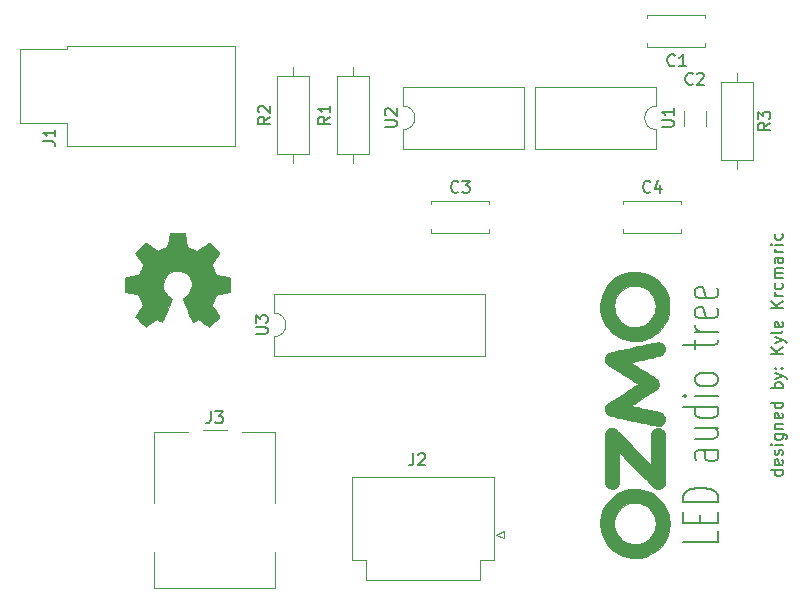
<source format=gto>
G04 #@! TF.GenerationSoftware,KiCad,Pcbnew,(5.1.4)-1*
G04 #@! TF.CreationDate,2019-11-05T17:04:05-05:00*
G04 #@! TF.ProjectId,graphic_equalizer_expansion_pi,67726170-6869-4635-9f65-7175616c697a,rev?*
G04 #@! TF.SameCoordinates,Original*
G04 #@! TF.FileFunction,Legend,Top*
G04 #@! TF.FilePolarity,Positive*
%FSLAX46Y46*%
G04 Gerber Fmt 4.6, Leading zero omitted, Abs format (unit mm)*
G04 Created by KiCad (PCBNEW (5.1.4)-1) date 2019-11-05 17:04:05*
%MOMM*%
%LPD*%
G04 APERTURE LIST*
%ADD10C,0.150000*%
%ADD11C,0.010000*%
%ADD12C,0.120000*%
G04 APERTURE END LIST*
D10*
X263317380Y-139441904D02*
X262317380Y-139441904D01*
X263269761Y-139441904D02*
X263317380Y-139537142D01*
X263317380Y-139727619D01*
X263269761Y-139822857D01*
X263222142Y-139870476D01*
X263126904Y-139918095D01*
X262841190Y-139918095D01*
X262745952Y-139870476D01*
X262698333Y-139822857D01*
X262650714Y-139727619D01*
X262650714Y-139537142D01*
X262698333Y-139441904D01*
X263269761Y-138584761D02*
X263317380Y-138680000D01*
X263317380Y-138870476D01*
X263269761Y-138965714D01*
X263174523Y-139013333D01*
X262793571Y-139013333D01*
X262698333Y-138965714D01*
X262650714Y-138870476D01*
X262650714Y-138680000D01*
X262698333Y-138584761D01*
X262793571Y-138537142D01*
X262888809Y-138537142D01*
X262984047Y-139013333D01*
X263269761Y-138156190D02*
X263317380Y-138060952D01*
X263317380Y-137870476D01*
X263269761Y-137775238D01*
X263174523Y-137727619D01*
X263126904Y-137727619D01*
X263031666Y-137775238D01*
X262984047Y-137870476D01*
X262984047Y-138013333D01*
X262936428Y-138108571D01*
X262841190Y-138156190D01*
X262793571Y-138156190D01*
X262698333Y-138108571D01*
X262650714Y-138013333D01*
X262650714Y-137870476D01*
X262698333Y-137775238D01*
X263317380Y-137299047D02*
X262650714Y-137299047D01*
X262317380Y-137299047D02*
X262365000Y-137346666D01*
X262412619Y-137299047D01*
X262365000Y-137251428D01*
X262317380Y-137299047D01*
X262412619Y-137299047D01*
X262650714Y-136394285D02*
X263460238Y-136394285D01*
X263555476Y-136441904D01*
X263603095Y-136489523D01*
X263650714Y-136584761D01*
X263650714Y-136727619D01*
X263603095Y-136822857D01*
X263269761Y-136394285D02*
X263317380Y-136489523D01*
X263317380Y-136680000D01*
X263269761Y-136775238D01*
X263222142Y-136822857D01*
X263126904Y-136870476D01*
X262841190Y-136870476D01*
X262745952Y-136822857D01*
X262698333Y-136775238D01*
X262650714Y-136680000D01*
X262650714Y-136489523D01*
X262698333Y-136394285D01*
X262650714Y-135918095D02*
X263317380Y-135918095D01*
X262745952Y-135918095D02*
X262698333Y-135870476D01*
X262650714Y-135775238D01*
X262650714Y-135632380D01*
X262698333Y-135537142D01*
X262793571Y-135489523D01*
X263317380Y-135489523D01*
X263269761Y-134632380D02*
X263317380Y-134727619D01*
X263317380Y-134918095D01*
X263269761Y-135013333D01*
X263174523Y-135060952D01*
X262793571Y-135060952D01*
X262698333Y-135013333D01*
X262650714Y-134918095D01*
X262650714Y-134727619D01*
X262698333Y-134632380D01*
X262793571Y-134584761D01*
X262888809Y-134584761D01*
X262984047Y-135060952D01*
X263317380Y-133727619D02*
X262317380Y-133727619D01*
X263269761Y-133727619D02*
X263317380Y-133822857D01*
X263317380Y-134013333D01*
X263269761Y-134108571D01*
X263222142Y-134156190D01*
X263126904Y-134203809D01*
X262841190Y-134203809D01*
X262745952Y-134156190D01*
X262698333Y-134108571D01*
X262650714Y-134013333D01*
X262650714Y-133822857D01*
X262698333Y-133727619D01*
X263317380Y-132489523D02*
X262317380Y-132489523D01*
X262698333Y-132489523D02*
X262650714Y-132394285D01*
X262650714Y-132203809D01*
X262698333Y-132108571D01*
X262745952Y-132060952D01*
X262841190Y-132013333D01*
X263126904Y-132013333D01*
X263222142Y-132060952D01*
X263269761Y-132108571D01*
X263317380Y-132203809D01*
X263317380Y-132394285D01*
X263269761Y-132489523D01*
X262650714Y-131680000D02*
X263317380Y-131441904D01*
X262650714Y-131203809D02*
X263317380Y-131441904D01*
X263555476Y-131537142D01*
X263603095Y-131584761D01*
X263650714Y-131680000D01*
X263222142Y-130822857D02*
X263269761Y-130775238D01*
X263317380Y-130822857D01*
X263269761Y-130870476D01*
X263222142Y-130822857D01*
X263317380Y-130822857D01*
X262698333Y-130822857D02*
X262745952Y-130775238D01*
X262793571Y-130822857D01*
X262745952Y-130870476D01*
X262698333Y-130822857D01*
X262793571Y-130822857D01*
X263317380Y-129584761D02*
X262317380Y-129584761D01*
X263317380Y-129013333D02*
X262745952Y-129441904D01*
X262317380Y-129013333D02*
X262888809Y-129584761D01*
X262650714Y-128680000D02*
X263317380Y-128441904D01*
X262650714Y-128203809D02*
X263317380Y-128441904D01*
X263555476Y-128537142D01*
X263603095Y-128584761D01*
X263650714Y-128680000D01*
X263317380Y-127680000D02*
X263269761Y-127775238D01*
X263174523Y-127822857D01*
X262317380Y-127822857D01*
X263269761Y-126918095D02*
X263317380Y-127013333D01*
X263317380Y-127203809D01*
X263269761Y-127299047D01*
X263174523Y-127346666D01*
X262793571Y-127346666D01*
X262698333Y-127299047D01*
X262650714Y-127203809D01*
X262650714Y-127013333D01*
X262698333Y-126918095D01*
X262793571Y-126870476D01*
X262888809Y-126870476D01*
X262984047Y-127346666D01*
X263317380Y-125680000D02*
X262317380Y-125680000D01*
X263317380Y-125108571D02*
X262745952Y-125537142D01*
X262317380Y-125108571D02*
X262888809Y-125680000D01*
X263317380Y-124680000D02*
X262650714Y-124680000D01*
X262841190Y-124680000D02*
X262745952Y-124632380D01*
X262698333Y-124584761D01*
X262650714Y-124489523D01*
X262650714Y-124394285D01*
X263269761Y-123632380D02*
X263317380Y-123727619D01*
X263317380Y-123918095D01*
X263269761Y-124013333D01*
X263222142Y-124060952D01*
X263126904Y-124108571D01*
X262841190Y-124108571D01*
X262745952Y-124060952D01*
X262698333Y-124013333D01*
X262650714Y-123918095D01*
X262650714Y-123727619D01*
X262698333Y-123632380D01*
X263317380Y-123203809D02*
X262650714Y-123203809D01*
X262745952Y-123203809D02*
X262698333Y-123156190D01*
X262650714Y-123060952D01*
X262650714Y-122918095D01*
X262698333Y-122822857D01*
X262793571Y-122775238D01*
X263317380Y-122775238D01*
X262793571Y-122775238D02*
X262698333Y-122727619D01*
X262650714Y-122632380D01*
X262650714Y-122489523D01*
X262698333Y-122394285D01*
X262793571Y-122346666D01*
X263317380Y-122346666D01*
X263317380Y-121441904D02*
X262793571Y-121441904D01*
X262698333Y-121489523D01*
X262650714Y-121584761D01*
X262650714Y-121775238D01*
X262698333Y-121870476D01*
X263269761Y-121441904D02*
X263317380Y-121537142D01*
X263317380Y-121775238D01*
X263269761Y-121870476D01*
X263174523Y-121918095D01*
X263079285Y-121918095D01*
X262984047Y-121870476D01*
X262936428Y-121775238D01*
X262936428Y-121537142D01*
X262888809Y-121441904D01*
X263317380Y-120965714D02*
X262650714Y-120965714D01*
X262841190Y-120965714D02*
X262745952Y-120918095D01*
X262698333Y-120870476D01*
X262650714Y-120775238D01*
X262650714Y-120680000D01*
X263317380Y-120346666D02*
X262650714Y-120346666D01*
X262317380Y-120346666D02*
X262365000Y-120394285D01*
X262412619Y-120346666D01*
X262365000Y-120299047D01*
X262317380Y-120346666D01*
X262412619Y-120346666D01*
X263269761Y-119441904D02*
X263317380Y-119537142D01*
X263317380Y-119727619D01*
X263269761Y-119822857D01*
X263222142Y-119870476D01*
X263126904Y-119918095D01*
X262841190Y-119918095D01*
X262745952Y-119870476D01*
X262698333Y-119822857D01*
X262650714Y-119727619D01*
X262650714Y-119537142D01*
X262698333Y-119441904D01*
X257872142Y-144569523D02*
X257872142Y-145521904D01*
X254872142Y-145521904D01*
X256300714Y-143902857D02*
X256300714Y-143236190D01*
X257872142Y-142950476D02*
X257872142Y-143902857D01*
X254872142Y-143902857D01*
X254872142Y-142950476D01*
X257872142Y-142093333D02*
X254872142Y-142093333D01*
X254872142Y-141617142D01*
X255015000Y-141331428D01*
X255300714Y-141140952D01*
X255586428Y-141045714D01*
X256157857Y-140950476D01*
X256586428Y-140950476D01*
X257157857Y-141045714D01*
X257443571Y-141140952D01*
X257729285Y-141331428D01*
X257872142Y-141617142D01*
X257872142Y-142093333D01*
X257872142Y-137712380D02*
X256300714Y-137712380D01*
X256015000Y-137807619D01*
X255872142Y-137998095D01*
X255872142Y-138379047D01*
X256015000Y-138569523D01*
X257729285Y-137712380D02*
X257872142Y-137902857D01*
X257872142Y-138379047D01*
X257729285Y-138569523D01*
X257443571Y-138664761D01*
X257157857Y-138664761D01*
X256872142Y-138569523D01*
X256729285Y-138379047D01*
X256729285Y-137902857D01*
X256586428Y-137712380D01*
X255872142Y-135902857D02*
X257872142Y-135902857D01*
X255872142Y-136760000D02*
X257443571Y-136760000D01*
X257729285Y-136664761D01*
X257872142Y-136474285D01*
X257872142Y-136188571D01*
X257729285Y-135998095D01*
X257586428Y-135902857D01*
X257872142Y-134093333D02*
X254872142Y-134093333D01*
X257729285Y-134093333D02*
X257872142Y-134283809D01*
X257872142Y-134664761D01*
X257729285Y-134855238D01*
X257586428Y-134950476D01*
X257300714Y-135045714D01*
X256443571Y-135045714D01*
X256157857Y-134950476D01*
X256015000Y-134855238D01*
X255872142Y-134664761D01*
X255872142Y-134283809D01*
X256015000Y-134093333D01*
X257872142Y-133140952D02*
X255872142Y-133140952D01*
X254872142Y-133140952D02*
X255015000Y-133236190D01*
X255157857Y-133140952D01*
X255015000Y-133045714D01*
X254872142Y-133140952D01*
X255157857Y-133140952D01*
X257872142Y-131902857D02*
X257729285Y-132093333D01*
X257586428Y-132188571D01*
X257300714Y-132283809D01*
X256443571Y-132283809D01*
X256157857Y-132188571D01*
X256015000Y-132093333D01*
X255872142Y-131902857D01*
X255872142Y-131617142D01*
X256015000Y-131426666D01*
X256157857Y-131331428D01*
X256443571Y-131236190D01*
X257300714Y-131236190D01*
X257586428Y-131331428D01*
X257729285Y-131426666D01*
X257872142Y-131617142D01*
X257872142Y-131902857D01*
X255872142Y-129140952D02*
X255872142Y-128379047D01*
X254872142Y-128855238D02*
X257443571Y-128855238D01*
X257729285Y-128760000D01*
X257872142Y-128569523D01*
X257872142Y-128379047D01*
X257872142Y-127712380D02*
X255872142Y-127712380D01*
X256443571Y-127712380D02*
X256157857Y-127617142D01*
X256015000Y-127521904D01*
X255872142Y-127331428D01*
X255872142Y-127140952D01*
X257729285Y-125712380D02*
X257872142Y-125902857D01*
X257872142Y-126283809D01*
X257729285Y-126474285D01*
X257443571Y-126569523D01*
X256300714Y-126569523D01*
X256015000Y-126474285D01*
X255872142Y-126283809D01*
X255872142Y-125902857D01*
X256015000Y-125712380D01*
X256300714Y-125617142D01*
X256586428Y-125617142D01*
X256872142Y-126569523D01*
X257729285Y-123998095D02*
X257872142Y-124188571D01*
X257872142Y-124569523D01*
X257729285Y-124760000D01*
X257443571Y-124855238D01*
X256300714Y-124855238D01*
X256015000Y-124760000D01*
X255872142Y-124569523D01*
X255872142Y-124188571D01*
X256015000Y-123998095D01*
X256300714Y-123902857D01*
X256586428Y-123902857D01*
X256872142Y-124855238D01*
D11*
G36*
X248306338Y-129866263D02*
G01*
X248332787Y-129794300D01*
X248398251Y-129690944D01*
X248491318Y-129593925D01*
X248596023Y-129517568D01*
X248684010Y-129479135D01*
X248765570Y-129458762D01*
X248887868Y-129430124D01*
X249046273Y-129394198D01*
X249236154Y-129351961D01*
X249452880Y-129304389D01*
X249691819Y-129252459D01*
X249948342Y-129197146D01*
X250217816Y-129139427D01*
X250495611Y-129080280D01*
X250777096Y-129020680D01*
X251057640Y-128961604D01*
X251332611Y-128904028D01*
X251597379Y-128848929D01*
X251847313Y-128797284D01*
X252077782Y-128750068D01*
X252284155Y-128708259D01*
X252461800Y-128672832D01*
X252606087Y-128644765D01*
X252712385Y-128625034D01*
X252776062Y-128614614D01*
X252790728Y-128613200D01*
X252947999Y-128636175D01*
X253085559Y-128700084D01*
X253198945Y-128797403D01*
X253283696Y-128920609D01*
X253335349Y-129062179D01*
X253349441Y-129214588D01*
X253321510Y-129370314D01*
X253288086Y-129451733D01*
X253216591Y-129560503D01*
X253122602Y-129657506D01*
X253035727Y-129717652D01*
X252998897Y-129729357D01*
X252917368Y-129750515D01*
X252796125Y-129779973D01*
X252640150Y-129816581D01*
X252454426Y-129859185D01*
X252243935Y-129906633D01*
X252013662Y-129957775D01*
X251768588Y-130011456D01*
X251708050Y-130024606D01*
X251462785Y-130078069D01*
X251233236Y-130128646D01*
X251024061Y-130175273D01*
X250839919Y-130216884D01*
X250685469Y-130252416D01*
X250565372Y-130280804D01*
X250484287Y-130300984D01*
X250446872Y-130311892D01*
X250444855Y-130313163D01*
X250465845Y-130329059D01*
X250525879Y-130369104D01*
X250620829Y-130430670D01*
X250746570Y-130511129D01*
X250898973Y-130607853D01*
X251073913Y-130718217D01*
X251267263Y-130839591D01*
X251474895Y-130969349D01*
X251504974Y-130988100D01*
X251717704Y-131121087D01*
X251919474Y-131248007D01*
X252105724Y-131365936D01*
X252271892Y-131471952D01*
X252413419Y-131563130D01*
X252525745Y-131636548D01*
X252604308Y-131689280D01*
X252644548Y-131718404D01*
X252645793Y-131719467D01*
X252742944Y-131835559D01*
X252803579Y-131974677D01*
X252827993Y-132126100D01*
X252816484Y-132279106D01*
X252769349Y-132422974D01*
X252686885Y-132546983D01*
X252621208Y-132606922D01*
X252583729Y-132632338D01*
X252507688Y-132681696D01*
X252397655Y-132752104D01*
X252258199Y-132840666D01*
X252093891Y-132944489D01*
X251909301Y-133060678D01*
X251708998Y-133186340D01*
X251497554Y-133318580D01*
X251487621Y-133324782D01*
X251241140Y-133479032D01*
X251035119Y-133608832D01*
X250866633Y-133716158D01*
X250732756Y-133802986D01*
X250630561Y-133871294D01*
X250557124Y-133923056D01*
X250509518Y-133960249D01*
X250484819Y-133984849D01*
X250480100Y-133998832D01*
X250484321Y-134002460D01*
X250518445Y-134011856D01*
X250597154Y-134030726D01*
X250715357Y-134057933D01*
X250867959Y-134092335D01*
X251049868Y-134132794D01*
X251255992Y-134178168D01*
X251481237Y-134227318D01*
X251714400Y-134277787D01*
X251954658Y-134329766D01*
X252181817Y-134379254D01*
X252390616Y-134425079D01*
X252575793Y-134466071D01*
X252732088Y-134501061D01*
X252854241Y-134528878D01*
X252936990Y-134548351D01*
X252974354Y-134558070D01*
X253100528Y-134624135D01*
X253207973Y-134727847D01*
X253290324Y-134857584D01*
X253341219Y-135001721D01*
X253354291Y-135148634D01*
X253342195Y-135229900D01*
X253282197Y-135378571D01*
X253186544Y-135507730D01*
X253064597Y-135609544D01*
X252925717Y-135676178D01*
X252780710Y-135699800D01*
X252745483Y-135694501D01*
X252664467Y-135679140D01*
X252541494Y-135654522D01*
X252380399Y-135621452D01*
X252185016Y-135580737D01*
X251959177Y-135533182D01*
X251706719Y-135479592D01*
X251431473Y-135420772D01*
X251137274Y-135357528D01*
X250827957Y-135290666D01*
X250670576Y-135256509D01*
X250291763Y-135174240D01*
X249959338Y-135101955D01*
X249670090Y-135038653D01*
X249420810Y-134983332D01*
X249208286Y-134934991D01*
X249029309Y-134892628D01*
X248880667Y-134855241D01*
X248759152Y-134821829D01*
X248661553Y-134791389D01*
X248584660Y-134762921D01*
X248525261Y-134735423D01*
X248480148Y-134707892D01*
X248446109Y-134679327D01*
X248419935Y-134648727D01*
X248398415Y-134615090D01*
X248378340Y-134577414D01*
X248356498Y-134534697D01*
X248356351Y-134534416D01*
X248303142Y-134384568D01*
X248290822Y-134227299D01*
X248317254Y-134073961D01*
X248380298Y-133935906D01*
X248477817Y-133824487D01*
X248492216Y-133813080D01*
X248528998Y-133788035D01*
X248604805Y-133738749D01*
X248715530Y-133667820D01*
X248857066Y-133577847D01*
X249025307Y-133471429D01*
X249216146Y-133351163D01*
X249425477Y-133219648D01*
X249649193Y-133079482D01*
X249847500Y-132955540D01*
X250077297Y-132812047D01*
X250293983Y-132676682D01*
X250493769Y-132551817D01*
X250672865Y-132439823D01*
X250827483Y-132343070D01*
X250953832Y-132263931D01*
X251048124Y-132204775D01*
X251106569Y-132167975D01*
X251125413Y-132155908D01*
X251105915Y-132141639D01*
X251046987Y-132102877D01*
X250952330Y-132041968D01*
X250825646Y-131961256D01*
X250670637Y-131863085D01*
X250491005Y-131749799D01*
X250290451Y-131623745D01*
X250072679Y-131487265D01*
X249842713Y-131343530D01*
X249607983Y-131196578D01*
X249384161Y-131055620D01*
X249175323Y-130923280D01*
X248985547Y-130802180D01*
X248818909Y-130694944D01*
X248679486Y-130604192D01*
X248571356Y-130532548D01*
X248498593Y-130482635D01*
X248466448Y-130458210D01*
X248367313Y-130333134D01*
X248305887Y-130184359D01*
X248284714Y-130024523D01*
X248306338Y-129866263D01*
X248306338Y-129866263D01*
G37*
X248306338Y-129866263D02*
X248332787Y-129794300D01*
X248398251Y-129690944D01*
X248491318Y-129593925D01*
X248596023Y-129517568D01*
X248684010Y-129479135D01*
X248765570Y-129458762D01*
X248887868Y-129430124D01*
X249046273Y-129394198D01*
X249236154Y-129351961D01*
X249452880Y-129304389D01*
X249691819Y-129252459D01*
X249948342Y-129197146D01*
X250217816Y-129139427D01*
X250495611Y-129080280D01*
X250777096Y-129020680D01*
X251057640Y-128961604D01*
X251332611Y-128904028D01*
X251597379Y-128848929D01*
X251847313Y-128797284D01*
X252077782Y-128750068D01*
X252284155Y-128708259D01*
X252461800Y-128672832D01*
X252606087Y-128644765D01*
X252712385Y-128625034D01*
X252776062Y-128614614D01*
X252790728Y-128613200D01*
X252947999Y-128636175D01*
X253085559Y-128700084D01*
X253198945Y-128797403D01*
X253283696Y-128920609D01*
X253335349Y-129062179D01*
X253349441Y-129214588D01*
X253321510Y-129370314D01*
X253288086Y-129451733D01*
X253216591Y-129560503D01*
X253122602Y-129657506D01*
X253035727Y-129717652D01*
X252998897Y-129729357D01*
X252917368Y-129750515D01*
X252796125Y-129779973D01*
X252640150Y-129816581D01*
X252454426Y-129859185D01*
X252243935Y-129906633D01*
X252013662Y-129957775D01*
X251768588Y-130011456D01*
X251708050Y-130024606D01*
X251462785Y-130078069D01*
X251233236Y-130128646D01*
X251024061Y-130175273D01*
X250839919Y-130216884D01*
X250685469Y-130252416D01*
X250565372Y-130280804D01*
X250484287Y-130300984D01*
X250446872Y-130311892D01*
X250444855Y-130313163D01*
X250465845Y-130329059D01*
X250525879Y-130369104D01*
X250620829Y-130430670D01*
X250746570Y-130511129D01*
X250898973Y-130607853D01*
X251073913Y-130718217D01*
X251267263Y-130839591D01*
X251474895Y-130969349D01*
X251504974Y-130988100D01*
X251717704Y-131121087D01*
X251919474Y-131248007D01*
X252105724Y-131365936D01*
X252271892Y-131471952D01*
X252413419Y-131563130D01*
X252525745Y-131636548D01*
X252604308Y-131689280D01*
X252644548Y-131718404D01*
X252645793Y-131719467D01*
X252742944Y-131835559D01*
X252803579Y-131974677D01*
X252827993Y-132126100D01*
X252816484Y-132279106D01*
X252769349Y-132422974D01*
X252686885Y-132546983D01*
X252621208Y-132606922D01*
X252583729Y-132632338D01*
X252507688Y-132681696D01*
X252397655Y-132752104D01*
X252258199Y-132840666D01*
X252093891Y-132944489D01*
X251909301Y-133060678D01*
X251708998Y-133186340D01*
X251497554Y-133318580D01*
X251487621Y-133324782D01*
X251241140Y-133479032D01*
X251035119Y-133608832D01*
X250866633Y-133716158D01*
X250732756Y-133802986D01*
X250630561Y-133871294D01*
X250557124Y-133923056D01*
X250509518Y-133960249D01*
X250484819Y-133984849D01*
X250480100Y-133998832D01*
X250484321Y-134002460D01*
X250518445Y-134011856D01*
X250597154Y-134030726D01*
X250715357Y-134057933D01*
X250867959Y-134092335D01*
X251049868Y-134132794D01*
X251255992Y-134178168D01*
X251481237Y-134227318D01*
X251714400Y-134277787D01*
X251954658Y-134329766D01*
X252181817Y-134379254D01*
X252390616Y-134425079D01*
X252575793Y-134466071D01*
X252732088Y-134501061D01*
X252854241Y-134528878D01*
X252936990Y-134548351D01*
X252974354Y-134558070D01*
X253100528Y-134624135D01*
X253207973Y-134727847D01*
X253290324Y-134857584D01*
X253341219Y-135001721D01*
X253354291Y-135148634D01*
X253342195Y-135229900D01*
X253282197Y-135378571D01*
X253186544Y-135507730D01*
X253064597Y-135609544D01*
X252925717Y-135676178D01*
X252780710Y-135699800D01*
X252745483Y-135694501D01*
X252664467Y-135679140D01*
X252541494Y-135654522D01*
X252380399Y-135621452D01*
X252185016Y-135580737D01*
X251959177Y-135533182D01*
X251706719Y-135479592D01*
X251431473Y-135420772D01*
X251137274Y-135357528D01*
X250827957Y-135290666D01*
X250670576Y-135256509D01*
X250291763Y-135174240D01*
X249959338Y-135101955D01*
X249670090Y-135038653D01*
X249420810Y-134983332D01*
X249208286Y-134934991D01*
X249029309Y-134892628D01*
X248880667Y-134855241D01*
X248759152Y-134821829D01*
X248661553Y-134791389D01*
X248584660Y-134762921D01*
X248525261Y-134735423D01*
X248480148Y-134707892D01*
X248446109Y-134679327D01*
X248419935Y-134648727D01*
X248398415Y-134615090D01*
X248378340Y-134577414D01*
X248356498Y-134534697D01*
X248356351Y-134534416D01*
X248303142Y-134384568D01*
X248290822Y-134227299D01*
X248317254Y-134073961D01*
X248380298Y-133935906D01*
X248477817Y-133824487D01*
X248492216Y-133813080D01*
X248528998Y-133788035D01*
X248604805Y-133738749D01*
X248715530Y-133667820D01*
X248857066Y-133577847D01*
X249025307Y-133471429D01*
X249216146Y-133351163D01*
X249425477Y-133219648D01*
X249649193Y-133079482D01*
X249847500Y-132955540D01*
X250077297Y-132812047D01*
X250293983Y-132676682D01*
X250493769Y-132551817D01*
X250672865Y-132439823D01*
X250827483Y-132343070D01*
X250953832Y-132263931D01*
X251048124Y-132204775D01*
X251106569Y-132167975D01*
X251125413Y-132155908D01*
X251105915Y-132141639D01*
X251046987Y-132102877D01*
X250952330Y-132041968D01*
X250825646Y-131961256D01*
X250670637Y-131863085D01*
X250491005Y-131749799D01*
X250290451Y-131623745D01*
X250072679Y-131487265D01*
X249842713Y-131343530D01*
X249607983Y-131196578D01*
X249384161Y-131055620D01*
X249175323Y-130923280D01*
X248985547Y-130802180D01*
X248818909Y-130694944D01*
X248679486Y-130604192D01*
X248571356Y-130532548D01*
X248498593Y-130482635D01*
X248466448Y-130458210D01*
X248367313Y-130333134D01*
X248305887Y-130184359D01*
X248284714Y-130024523D01*
X248306338Y-129866263D01*
G36*
X248285648Y-138427354D02*
G01*
X248285896Y-136322100D01*
X248347278Y-136190264D01*
X248435107Y-136057296D01*
X248553674Y-135957595D01*
X248693542Y-135893334D01*
X248845278Y-135866685D01*
X248999447Y-135879820D01*
X249146615Y-135934911D01*
X249226232Y-135987889D01*
X249259478Y-136018473D01*
X249325162Y-136082614D01*
X249420387Y-136177376D01*
X249542255Y-136299820D01*
X249687868Y-136447009D01*
X249854328Y-136616004D01*
X250038738Y-136803868D01*
X250238199Y-137007662D01*
X250449815Y-137224449D01*
X250670686Y-137451290D01*
X250742790Y-137525464D01*
X252158900Y-138982828D01*
X252171600Y-137639764D01*
X252174444Y-137344185D01*
X252177057Y-137095059D01*
X252179641Y-136888038D01*
X252182399Y-136718777D01*
X252185533Y-136582930D01*
X252189246Y-136476150D01*
X252193740Y-136394091D01*
X252199219Y-136332408D01*
X252205885Y-136286753D01*
X252213941Y-136252782D01*
X252223590Y-136226147D01*
X252235033Y-136202503D01*
X252238978Y-136195100D01*
X252318987Y-136076195D01*
X252419763Y-135988606D01*
X252527200Y-135930535D01*
X252686294Y-135884025D01*
X252845192Y-135883744D01*
X252995735Y-135925747D01*
X253129766Y-136006090D01*
X253239126Y-136120829D01*
X253315658Y-136266020D01*
X253332272Y-136319760D01*
X253338660Y-136370228D01*
X253344385Y-136466591D01*
X253349447Y-136604027D01*
X253353850Y-136777714D01*
X253357597Y-136982833D01*
X253360689Y-137214560D01*
X253363129Y-137468076D01*
X253364921Y-137738558D01*
X253366066Y-138021186D01*
X253366568Y-138311137D01*
X253366428Y-138603592D01*
X253365650Y-138893728D01*
X253364236Y-139176724D01*
X253362188Y-139447759D01*
X253359509Y-139702012D01*
X253356203Y-139934661D01*
X253352270Y-140140885D01*
X253347715Y-140315863D01*
X253342539Y-140454773D01*
X253336745Y-140552794D01*
X253330337Y-140605105D01*
X253329967Y-140606558D01*
X253265370Y-140759517D01*
X253161376Y-140881371D01*
X253022582Y-140971373D01*
X252926897Y-141012502D01*
X252845139Y-141030123D01*
X252749584Y-141029811D01*
X252736621Y-141028889D01*
X252636146Y-141014525D01*
X252540544Y-140989976D01*
X252498627Y-140973659D01*
X252463472Y-140946924D01*
X252394762Y-140884882D01*
X252293980Y-140789010D01*
X252162608Y-140660784D01*
X252002132Y-140501679D01*
X251814033Y-140313172D01*
X251599795Y-140096737D01*
X251360902Y-139853852D01*
X251098837Y-139585992D01*
X250936527Y-139419483D01*
X249466500Y-137909539D01*
X249453800Y-139262120D01*
X249450984Y-139558533D01*
X249448427Y-139808491D01*
X249445918Y-140016337D01*
X249443249Y-140186413D01*
X249440209Y-140323063D01*
X249436589Y-140430628D01*
X249432179Y-140513451D01*
X249426770Y-140575876D01*
X249420151Y-140622245D01*
X249412113Y-140656900D01*
X249402446Y-140684185D01*
X249390941Y-140708442D01*
X249383260Y-140722991D01*
X249290879Y-140844996D01*
X249162531Y-140941638D01*
X249010236Y-141004222D01*
X248986377Y-141010066D01*
X248834356Y-141020635D01*
X248683511Y-140989503D01*
X248544345Y-140922521D01*
X248427365Y-140825538D01*
X248343076Y-140704404D01*
X248316637Y-140637154D01*
X248310667Y-140604420D01*
X248305435Y-140547021D01*
X248300906Y-140462385D01*
X248297044Y-140347941D01*
X248293812Y-140201117D01*
X248291175Y-140019342D01*
X248289096Y-139800043D01*
X248287540Y-139540650D01*
X248286470Y-139238591D01*
X248285850Y-138891293D01*
X248285644Y-138496186D01*
X248285648Y-138427354D01*
X248285648Y-138427354D01*
G37*
X248285648Y-138427354D02*
X248285896Y-136322100D01*
X248347278Y-136190264D01*
X248435107Y-136057296D01*
X248553674Y-135957595D01*
X248693542Y-135893334D01*
X248845278Y-135866685D01*
X248999447Y-135879820D01*
X249146615Y-135934911D01*
X249226232Y-135987889D01*
X249259478Y-136018473D01*
X249325162Y-136082614D01*
X249420387Y-136177376D01*
X249542255Y-136299820D01*
X249687868Y-136447009D01*
X249854328Y-136616004D01*
X250038738Y-136803868D01*
X250238199Y-137007662D01*
X250449815Y-137224449D01*
X250670686Y-137451290D01*
X250742790Y-137525464D01*
X252158900Y-138982828D01*
X252171600Y-137639764D01*
X252174444Y-137344185D01*
X252177057Y-137095059D01*
X252179641Y-136888038D01*
X252182399Y-136718777D01*
X252185533Y-136582930D01*
X252189246Y-136476150D01*
X252193740Y-136394091D01*
X252199219Y-136332408D01*
X252205885Y-136286753D01*
X252213941Y-136252782D01*
X252223590Y-136226147D01*
X252235033Y-136202503D01*
X252238978Y-136195100D01*
X252318987Y-136076195D01*
X252419763Y-135988606D01*
X252527200Y-135930535D01*
X252686294Y-135884025D01*
X252845192Y-135883744D01*
X252995735Y-135925747D01*
X253129766Y-136006090D01*
X253239126Y-136120829D01*
X253315658Y-136266020D01*
X253332272Y-136319760D01*
X253338660Y-136370228D01*
X253344385Y-136466591D01*
X253349447Y-136604027D01*
X253353850Y-136777714D01*
X253357597Y-136982833D01*
X253360689Y-137214560D01*
X253363129Y-137468076D01*
X253364921Y-137738558D01*
X253366066Y-138021186D01*
X253366568Y-138311137D01*
X253366428Y-138603592D01*
X253365650Y-138893728D01*
X253364236Y-139176724D01*
X253362188Y-139447759D01*
X253359509Y-139702012D01*
X253356203Y-139934661D01*
X253352270Y-140140885D01*
X253347715Y-140315863D01*
X253342539Y-140454773D01*
X253336745Y-140552794D01*
X253330337Y-140605105D01*
X253329967Y-140606558D01*
X253265370Y-140759517D01*
X253161376Y-140881371D01*
X253022582Y-140971373D01*
X252926897Y-141012502D01*
X252845139Y-141030123D01*
X252749584Y-141029811D01*
X252736621Y-141028889D01*
X252636146Y-141014525D01*
X252540544Y-140989976D01*
X252498627Y-140973659D01*
X252463472Y-140946924D01*
X252394762Y-140884882D01*
X252293980Y-140789010D01*
X252162608Y-140660784D01*
X252002132Y-140501679D01*
X251814033Y-140313172D01*
X251599795Y-140096737D01*
X251360902Y-139853852D01*
X251098837Y-139585992D01*
X250936527Y-139419483D01*
X249466500Y-137909539D01*
X249453800Y-139262120D01*
X249450984Y-139558533D01*
X249448427Y-139808491D01*
X249445918Y-140016337D01*
X249443249Y-140186413D01*
X249440209Y-140323063D01*
X249436589Y-140430628D01*
X249432179Y-140513451D01*
X249426770Y-140575876D01*
X249420151Y-140622245D01*
X249412113Y-140656900D01*
X249402446Y-140684185D01*
X249390941Y-140708442D01*
X249383260Y-140722991D01*
X249290879Y-140844996D01*
X249162531Y-140941638D01*
X249010236Y-141004222D01*
X248986377Y-141010066D01*
X248834356Y-141020635D01*
X248683511Y-140989503D01*
X248544345Y-140922521D01*
X248427365Y-140825538D01*
X248343076Y-140704404D01*
X248316637Y-140637154D01*
X248310667Y-140604420D01*
X248305435Y-140547021D01*
X248300906Y-140462385D01*
X248297044Y-140347941D01*
X248293812Y-140201117D01*
X248291175Y-140019342D01*
X248289096Y-139800043D01*
X248287540Y-139540650D01*
X248286470Y-139238591D01*
X248285850Y-138891293D01*
X248285644Y-138496186D01*
X248285648Y-138427354D01*
G36*
X247915424Y-125130539D02*
G01*
X247995385Y-124759144D01*
X248021225Y-124672754D01*
X248156330Y-124326196D01*
X248333088Y-124004234D01*
X248547496Y-123709531D01*
X248795546Y-123444750D01*
X249073234Y-123212557D01*
X249376554Y-123015613D01*
X249701501Y-122856584D01*
X250044070Y-122738132D01*
X250400254Y-122662922D01*
X250766048Y-122633617D01*
X251069455Y-122645624D01*
X251457154Y-122706446D01*
X251824160Y-122812553D01*
X252167964Y-122961795D01*
X252486059Y-123152026D01*
X252775935Y-123381095D01*
X253035085Y-123646855D01*
X253261001Y-123947157D01*
X253451175Y-124279852D01*
X253603099Y-124642792D01*
X253676053Y-124878618D01*
X253705462Y-125025758D01*
X253726245Y-125208985D01*
X253738184Y-125414283D01*
X253741057Y-125627640D01*
X253734645Y-125835042D01*
X253718729Y-126022475D01*
X253696185Y-126162100D01*
X253592297Y-126531273D01*
X253448261Y-126873675D01*
X253267647Y-127187842D01*
X253054026Y-127472307D01*
X252810969Y-127725606D01*
X252542046Y-127946273D01*
X252250827Y-128132844D01*
X251940884Y-128283851D01*
X251615786Y-128397831D01*
X251279103Y-128473318D01*
X250934407Y-128508846D01*
X250812700Y-128506791D01*
X250812700Y-127324801D01*
X251112645Y-127302083D01*
X251392334Y-127232824D01*
X251652591Y-127116701D01*
X251894240Y-126953391D01*
X252002137Y-126859763D01*
X252210189Y-126633350D01*
X252372513Y-126386731D01*
X252488180Y-126122754D01*
X252556264Y-125844267D01*
X252575835Y-125554116D01*
X252545966Y-125255149D01*
X252538220Y-125214880D01*
X252464566Y-124964722D01*
X252349638Y-124719826D01*
X252200892Y-124492439D01*
X252025784Y-124294807D01*
X251923741Y-124205445D01*
X251671399Y-124035789D01*
X251403940Y-123914489D01*
X251122296Y-123841847D01*
X250827399Y-123818164D01*
X250736500Y-123820650D01*
X250434190Y-123860128D01*
X250152761Y-123945287D01*
X249894958Y-124074357D01*
X249663527Y-124245567D01*
X249461214Y-124457146D01*
X249290767Y-124707323D01*
X249252358Y-124777800D01*
X249162568Y-124974160D01*
X249104399Y-125163539D01*
X249073360Y-125364797D01*
X249064928Y-125565200D01*
X249086045Y-125864250D01*
X249152402Y-126141353D01*
X249265112Y-126399733D01*
X249425292Y-126642619D01*
X249446630Y-126669485D01*
X249654692Y-126888374D01*
X249889233Y-127064610D01*
X250147130Y-127196697D01*
X250425262Y-127283136D01*
X250720505Y-127322429D01*
X250812700Y-127324801D01*
X250812700Y-128506791D01*
X250585268Y-128502950D01*
X250235256Y-128454165D01*
X249887941Y-128361025D01*
X249546895Y-128222066D01*
X249215688Y-128035820D01*
X249182998Y-128014374D01*
X248883143Y-127785428D01*
X248619613Y-127523753D01*
X248393878Y-127233573D01*
X248207406Y-126919115D01*
X248061668Y-126584605D01*
X247958131Y-126234266D01*
X247898266Y-125872325D01*
X247883540Y-125503008D01*
X247915424Y-125130539D01*
X247915424Y-125130539D01*
G37*
X247915424Y-125130539D02*
X247995385Y-124759144D01*
X248021225Y-124672754D01*
X248156330Y-124326196D01*
X248333088Y-124004234D01*
X248547496Y-123709531D01*
X248795546Y-123444750D01*
X249073234Y-123212557D01*
X249376554Y-123015613D01*
X249701501Y-122856584D01*
X250044070Y-122738132D01*
X250400254Y-122662922D01*
X250766048Y-122633617D01*
X251069455Y-122645624D01*
X251457154Y-122706446D01*
X251824160Y-122812553D01*
X252167964Y-122961795D01*
X252486059Y-123152026D01*
X252775935Y-123381095D01*
X253035085Y-123646855D01*
X253261001Y-123947157D01*
X253451175Y-124279852D01*
X253603099Y-124642792D01*
X253676053Y-124878618D01*
X253705462Y-125025758D01*
X253726245Y-125208985D01*
X253738184Y-125414283D01*
X253741057Y-125627640D01*
X253734645Y-125835042D01*
X253718729Y-126022475D01*
X253696185Y-126162100D01*
X253592297Y-126531273D01*
X253448261Y-126873675D01*
X253267647Y-127187842D01*
X253054026Y-127472307D01*
X252810969Y-127725606D01*
X252542046Y-127946273D01*
X252250827Y-128132844D01*
X251940884Y-128283851D01*
X251615786Y-128397831D01*
X251279103Y-128473318D01*
X250934407Y-128508846D01*
X250812700Y-128506791D01*
X250812700Y-127324801D01*
X251112645Y-127302083D01*
X251392334Y-127232824D01*
X251652591Y-127116701D01*
X251894240Y-126953391D01*
X252002137Y-126859763D01*
X252210189Y-126633350D01*
X252372513Y-126386731D01*
X252488180Y-126122754D01*
X252556264Y-125844267D01*
X252575835Y-125554116D01*
X252545966Y-125255149D01*
X252538220Y-125214880D01*
X252464566Y-124964722D01*
X252349638Y-124719826D01*
X252200892Y-124492439D01*
X252025784Y-124294807D01*
X251923741Y-124205445D01*
X251671399Y-124035789D01*
X251403940Y-123914489D01*
X251122296Y-123841847D01*
X250827399Y-123818164D01*
X250736500Y-123820650D01*
X250434190Y-123860128D01*
X250152761Y-123945287D01*
X249894958Y-124074357D01*
X249663527Y-124245567D01*
X249461214Y-124457146D01*
X249290767Y-124707323D01*
X249252358Y-124777800D01*
X249162568Y-124974160D01*
X249104399Y-125163539D01*
X249073360Y-125364797D01*
X249064928Y-125565200D01*
X249086045Y-125864250D01*
X249152402Y-126141353D01*
X249265112Y-126399733D01*
X249425292Y-126642619D01*
X249446630Y-126669485D01*
X249654692Y-126888374D01*
X249889233Y-127064610D01*
X250147130Y-127196697D01*
X250425262Y-127283136D01*
X250720505Y-127322429D01*
X250812700Y-127324801D01*
X250812700Y-128506791D01*
X250585268Y-128502950D01*
X250235256Y-128454165D01*
X249887941Y-128361025D01*
X249546895Y-128222066D01*
X249215688Y-128035820D01*
X249182998Y-128014374D01*
X248883143Y-127785428D01*
X248619613Y-127523753D01*
X248393878Y-127233573D01*
X248207406Y-126919115D01*
X248061668Y-126584605D01*
X247958131Y-126234266D01*
X247898266Y-125872325D01*
X247883540Y-125503008D01*
X247915424Y-125130539D01*
G36*
X247886243Y-143751314D02*
G01*
X247935715Y-143379923D01*
X248033606Y-143011688D01*
X248126330Y-142769599D01*
X248293342Y-142445441D01*
X248502444Y-142143301D01*
X248748397Y-141867802D01*
X249025964Y-141623567D01*
X249329906Y-141415220D01*
X249654986Y-141247383D01*
X249987200Y-141127186D01*
X250360210Y-141044838D01*
X250731134Y-141011019D01*
X251096441Y-141023600D01*
X251452602Y-141080447D01*
X251796089Y-141179429D01*
X252123373Y-141318415D01*
X252430924Y-141495274D01*
X252715215Y-141707872D01*
X252972715Y-141954080D01*
X253199895Y-142231765D01*
X253393228Y-142538796D01*
X253549184Y-142873040D01*
X253664234Y-143232367D01*
X253694808Y-143366719D01*
X253726394Y-143577134D01*
X253743124Y-143813719D01*
X253744971Y-144058676D01*
X253731908Y-144294208D01*
X253703909Y-144502518D01*
X253696588Y-144539000D01*
X253590635Y-144917002D01*
X253440105Y-145271745D01*
X253246102Y-145601181D01*
X253009732Y-145903263D01*
X252895090Y-146024491D01*
X252609643Y-146275680D01*
X252301544Y-146483789D01*
X251975047Y-146648738D01*
X251634405Y-146770447D01*
X251283872Y-146848835D01*
X250938250Y-146882786D01*
X250938250Y-145700484D01*
X251141490Y-145679842D01*
X251181000Y-145672292D01*
X251421990Y-145599218D01*
X251661451Y-145485433D01*
X251886127Y-145339108D01*
X252082761Y-145168415D01*
X252185404Y-145053142D01*
X252295604Y-144892950D01*
X252397215Y-144705918D01*
X252480621Y-144511957D01*
X252536205Y-144330980D01*
X252537977Y-144323100D01*
X252567142Y-144111955D01*
X252569803Y-143880168D01*
X252547042Y-143648622D01*
X252499945Y-143438197D01*
X252490498Y-143408700D01*
X252374825Y-143141604D01*
X252217368Y-142897314D01*
X252023553Y-142680882D01*
X251798805Y-142497360D01*
X251548550Y-142351798D01*
X251278213Y-142249248D01*
X251231800Y-142236748D01*
X251074236Y-142209354D01*
X250888848Y-142196663D01*
X250695783Y-142198627D01*
X250515191Y-142215193D01*
X250393600Y-142238832D01*
X250116315Y-142336876D01*
X249860945Y-142477622D01*
X249632199Y-142656369D01*
X249434788Y-142868416D01*
X249273422Y-143109064D01*
X249152811Y-143373611D01*
X249106738Y-143523000D01*
X249079550Y-143676106D01*
X249066316Y-143858537D01*
X249066972Y-144050794D01*
X249081452Y-144233376D01*
X249109642Y-144386600D01*
X249207144Y-144657822D01*
X249348209Y-144909410D01*
X249527628Y-145135941D01*
X249740190Y-145331989D01*
X249980686Y-145492128D01*
X250243906Y-145610933D01*
X250304700Y-145631094D01*
X250498138Y-145675089D01*
X250716560Y-145698559D01*
X250938250Y-145700484D01*
X250938250Y-146882786D01*
X250927702Y-146883823D01*
X250570149Y-146875331D01*
X250215465Y-146823278D01*
X249867906Y-146727584D01*
X249531724Y-146588170D01*
X249211174Y-146404955D01*
X248910509Y-146177859D01*
X248824757Y-146101100D01*
X248558936Y-145820388D01*
X248335623Y-145514640D01*
X248155663Y-145187883D01*
X248019901Y-144844144D01*
X247929181Y-144487452D01*
X247884347Y-144121832D01*
X247886243Y-143751314D01*
X247886243Y-143751314D01*
G37*
X247886243Y-143751314D02*
X247935715Y-143379923D01*
X248033606Y-143011688D01*
X248126330Y-142769599D01*
X248293342Y-142445441D01*
X248502444Y-142143301D01*
X248748397Y-141867802D01*
X249025964Y-141623567D01*
X249329906Y-141415220D01*
X249654986Y-141247383D01*
X249987200Y-141127186D01*
X250360210Y-141044838D01*
X250731134Y-141011019D01*
X251096441Y-141023600D01*
X251452602Y-141080447D01*
X251796089Y-141179429D01*
X252123373Y-141318415D01*
X252430924Y-141495274D01*
X252715215Y-141707872D01*
X252972715Y-141954080D01*
X253199895Y-142231765D01*
X253393228Y-142538796D01*
X253549184Y-142873040D01*
X253664234Y-143232367D01*
X253694808Y-143366719D01*
X253726394Y-143577134D01*
X253743124Y-143813719D01*
X253744971Y-144058676D01*
X253731908Y-144294208D01*
X253703909Y-144502518D01*
X253696588Y-144539000D01*
X253590635Y-144917002D01*
X253440105Y-145271745D01*
X253246102Y-145601181D01*
X253009732Y-145903263D01*
X252895090Y-146024491D01*
X252609643Y-146275680D01*
X252301544Y-146483789D01*
X251975047Y-146648738D01*
X251634405Y-146770447D01*
X251283872Y-146848835D01*
X250938250Y-146882786D01*
X250938250Y-145700484D01*
X251141490Y-145679842D01*
X251181000Y-145672292D01*
X251421990Y-145599218D01*
X251661451Y-145485433D01*
X251886127Y-145339108D01*
X252082761Y-145168415D01*
X252185404Y-145053142D01*
X252295604Y-144892950D01*
X252397215Y-144705918D01*
X252480621Y-144511957D01*
X252536205Y-144330980D01*
X252537977Y-144323100D01*
X252567142Y-144111955D01*
X252569803Y-143880168D01*
X252547042Y-143648622D01*
X252499945Y-143438197D01*
X252490498Y-143408700D01*
X252374825Y-143141604D01*
X252217368Y-142897314D01*
X252023553Y-142680882D01*
X251798805Y-142497360D01*
X251548550Y-142351798D01*
X251278213Y-142249248D01*
X251231800Y-142236748D01*
X251074236Y-142209354D01*
X250888848Y-142196663D01*
X250695783Y-142198627D01*
X250515191Y-142215193D01*
X250393600Y-142238832D01*
X250116315Y-142336876D01*
X249860945Y-142477622D01*
X249632199Y-142656369D01*
X249434788Y-142868416D01*
X249273422Y-143109064D01*
X249152811Y-143373611D01*
X249106738Y-143523000D01*
X249079550Y-143676106D01*
X249066316Y-143858537D01*
X249066972Y-144050794D01*
X249081452Y-144233376D01*
X249109642Y-144386600D01*
X249207144Y-144657822D01*
X249348209Y-144909410D01*
X249527628Y-145135941D01*
X249740190Y-145331989D01*
X249980686Y-145492128D01*
X250243906Y-145610933D01*
X250304700Y-145631094D01*
X250498138Y-145675089D01*
X250716560Y-145698559D01*
X250938250Y-145700484D01*
X250938250Y-146882786D01*
X250927702Y-146883823D01*
X250570149Y-146875331D01*
X250215465Y-146823278D01*
X249867906Y-146727584D01*
X249531724Y-146588170D01*
X249211174Y-146404955D01*
X248910509Y-146177859D01*
X248824757Y-146101100D01*
X248558936Y-145820388D01*
X248335623Y-145514640D01*
X248155663Y-145187883D01*
X248019901Y-144844144D01*
X247929181Y-144487452D01*
X247884347Y-144121832D01*
X247886243Y-143751314D01*
G36*
X212811536Y-119930427D02*
G01*
X212924118Y-120527618D01*
X213339531Y-120698865D01*
X213754945Y-120870112D01*
X214253302Y-120531233D01*
X214392869Y-120436877D01*
X214519029Y-120352630D01*
X214625896Y-120282338D01*
X214707583Y-120229847D01*
X214758202Y-120199004D01*
X214771987Y-120192353D01*
X214796821Y-120209458D01*
X214849889Y-120256744D01*
X214925241Y-120328172D01*
X215016930Y-120417700D01*
X215119008Y-120519289D01*
X215225527Y-120626898D01*
X215330537Y-120734487D01*
X215428092Y-120836015D01*
X215512243Y-120925441D01*
X215577041Y-120996726D01*
X215616538Y-121043828D01*
X215625981Y-121059592D01*
X215612392Y-121088653D01*
X215574294Y-121152321D01*
X215515694Y-121244367D01*
X215440598Y-121358564D01*
X215353009Y-121488684D01*
X215302255Y-121562901D01*
X215209746Y-121698422D01*
X215127541Y-121820716D01*
X215059631Y-121923695D01*
X215010001Y-122001273D01*
X214982641Y-122047361D01*
X214978530Y-122057047D01*
X214987850Y-122084574D01*
X215013255Y-122148728D01*
X215050912Y-122240490D01*
X215096987Y-122350839D01*
X215147647Y-122470755D01*
X215199060Y-122591219D01*
X215247390Y-122703209D01*
X215288807Y-122797707D01*
X215319475Y-122865692D01*
X215335562Y-122898143D01*
X215336512Y-122899420D01*
X215361773Y-122905617D01*
X215429046Y-122919440D01*
X215531361Y-122939532D01*
X215661742Y-122964534D01*
X215813217Y-122993086D01*
X215901594Y-123009551D01*
X216063453Y-123040369D01*
X216209650Y-123069694D01*
X216332788Y-123095921D01*
X216425470Y-123117446D01*
X216480302Y-123132665D01*
X216491324Y-123137493D01*
X216502119Y-123170174D01*
X216510830Y-123243985D01*
X216517461Y-123350292D01*
X216522019Y-123480467D01*
X216524510Y-123625876D01*
X216524939Y-123777890D01*
X216523312Y-123927877D01*
X216519636Y-124067206D01*
X216513916Y-124187245D01*
X216506158Y-124279365D01*
X216496369Y-124334932D01*
X216490497Y-124346500D01*
X216455400Y-124360365D01*
X216381029Y-124380188D01*
X216277224Y-124403639D01*
X216153820Y-124428391D01*
X216110742Y-124436398D01*
X215903048Y-124474441D01*
X215738985Y-124505079D01*
X215613131Y-124529529D01*
X215520066Y-124549009D01*
X215454368Y-124564736D01*
X215410618Y-124577928D01*
X215383393Y-124589804D01*
X215367273Y-124601580D01*
X215365018Y-124603908D01*
X215342504Y-124641400D01*
X215308159Y-124714365D01*
X215265412Y-124813867D01*
X215217693Y-124930973D01*
X215168431Y-125056748D01*
X215121056Y-125182257D01*
X215078996Y-125298565D01*
X215045681Y-125396739D01*
X215024542Y-125467843D01*
X215019006Y-125502942D01*
X215019467Y-125504172D01*
X215038224Y-125532861D01*
X215080777Y-125595985D01*
X215142654Y-125686973D01*
X215219383Y-125799255D01*
X215306492Y-125926260D01*
X215331299Y-125962353D01*
X215419753Y-126093203D01*
X215497589Y-126212591D01*
X215560567Y-126313662D01*
X215604446Y-126389559D01*
X215624986Y-126433427D01*
X215625981Y-126438817D01*
X215608723Y-126467144D01*
X215561036Y-126523261D01*
X215489051Y-126601137D01*
X215398898Y-126694740D01*
X215296706Y-126798041D01*
X215188606Y-126905006D01*
X215080729Y-127009606D01*
X214979205Y-127105809D01*
X214890163Y-127187584D01*
X214819734Y-127248900D01*
X214774048Y-127283726D01*
X214761410Y-127289412D01*
X214731992Y-127276020D01*
X214671762Y-127239899D01*
X214590530Y-127187136D01*
X214528031Y-127144667D01*
X214414786Y-127066740D01*
X214280675Y-126974984D01*
X214146156Y-126883375D01*
X214073834Y-126834346D01*
X213829039Y-126668770D01*
X213623551Y-126779875D01*
X213529937Y-126828548D01*
X213450331Y-126866381D01*
X213396468Y-126887958D01*
X213382758Y-126890961D01*
X213366271Y-126868793D01*
X213333746Y-126806149D01*
X213287609Y-126708809D01*
X213230291Y-126582549D01*
X213164217Y-126433150D01*
X213091816Y-126266388D01*
X213015517Y-126088042D01*
X212937747Y-125903891D01*
X212860935Y-125719712D01*
X212787507Y-125541285D01*
X212719893Y-125374387D01*
X212660521Y-125224797D01*
X212611817Y-125098293D01*
X212576211Y-125000654D01*
X212556131Y-124937657D01*
X212552901Y-124916021D01*
X212578497Y-124888424D01*
X212634539Y-124843625D01*
X212709312Y-124790934D01*
X212715588Y-124786765D01*
X212908846Y-124632069D01*
X213064675Y-124451591D01*
X213181725Y-124251102D01*
X213258646Y-124036374D01*
X213294087Y-123813177D01*
X213286698Y-123587281D01*
X213235128Y-123364459D01*
X213138027Y-123150479D01*
X213109459Y-123103664D01*
X212960869Y-122914618D01*
X212785328Y-122762812D01*
X212588911Y-122649034D01*
X212377694Y-122574075D01*
X212157754Y-122538722D01*
X211935164Y-122543767D01*
X211716002Y-122589999D01*
X211506343Y-122678206D01*
X211312262Y-122809179D01*
X211252227Y-122862337D01*
X211099436Y-123028739D01*
X210988098Y-123203912D01*
X210911724Y-123400266D01*
X210869188Y-123594717D01*
X210858687Y-123813342D01*
X210893701Y-124033052D01*
X210970674Y-124246420D01*
X211086048Y-124446022D01*
X211236266Y-124624429D01*
X211417774Y-124774217D01*
X211441628Y-124790006D01*
X211517202Y-124841712D01*
X211574652Y-124886512D01*
X211602118Y-124915117D01*
X211602518Y-124916021D01*
X211596621Y-124946964D01*
X211573246Y-125017191D01*
X211534822Y-125120925D01*
X211483778Y-125252390D01*
X211422543Y-125405807D01*
X211353545Y-125575401D01*
X211279214Y-125755393D01*
X211201979Y-125940008D01*
X211124269Y-126123468D01*
X211048512Y-126299996D01*
X210977138Y-126463814D01*
X210912575Y-126609147D01*
X210857253Y-126730217D01*
X210813601Y-126821247D01*
X210784047Y-126876460D01*
X210772145Y-126890961D01*
X210735778Y-126879669D01*
X210667731Y-126849385D01*
X210579737Y-126805520D01*
X210531351Y-126779875D01*
X210325864Y-126668770D01*
X210081069Y-126834346D01*
X209956107Y-126919170D01*
X209819296Y-127012516D01*
X209691089Y-127100408D01*
X209626872Y-127144667D01*
X209536552Y-127205318D01*
X209460072Y-127253381D01*
X209407408Y-127282770D01*
X209390303Y-127288982D01*
X209365406Y-127272223D01*
X209310306Y-127225436D01*
X209230344Y-127153480D01*
X209130861Y-127061212D01*
X209017201Y-126953490D01*
X208945316Y-126884326D01*
X208819552Y-126760757D01*
X208710864Y-126650234D01*
X208623646Y-126557485D01*
X208562290Y-126487237D01*
X208531192Y-126444220D01*
X208528209Y-126435490D01*
X208542054Y-126402284D01*
X208580313Y-126335142D01*
X208638742Y-126240863D01*
X208713098Y-126126245D01*
X208799136Y-125998083D01*
X208823603Y-125962353D01*
X208912755Y-125832489D01*
X208992739Y-125715569D01*
X209059081Y-125618162D01*
X209107312Y-125546839D01*
X209132958Y-125508170D01*
X209135436Y-125504172D01*
X209131730Y-125473355D01*
X209112062Y-125405599D01*
X209079861Y-125309839D01*
X209038556Y-125195009D01*
X208991576Y-125070044D01*
X208942350Y-124943879D01*
X208894309Y-124825448D01*
X208850882Y-124723685D01*
X208815497Y-124647526D01*
X208791585Y-124605904D01*
X208789885Y-124603908D01*
X208775263Y-124592013D01*
X208750566Y-124580250D01*
X208710373Y-124567401D01*
X208649264Y-124552249D01*
X208561818Y-124533576D01*
X208442613Y-124510165D01*
X208286228Y-124480797D01*
X208087244Y-124444255D01*
X208044161Y-124436398D01*
X207916471Y-124411727D01*
X207805154Y-124387593D01*
X207720046Y-124366324D01*
X207670984Y-124350248D01*
X207664406Y-124346500D01*
X207653565Y-124313273D01*
X207644754Y-124239021D01*
X207637977Y-124132376D01*
X207633241Y-124001967D01*
X207630551Y-123856427D01*
X207629914Y-123704386D01*
X207631335Y-123554476D01*
X207634821Y-123415328D01*
X207640377Y-123295572D01*
X207648009Y-123203841D01*
X207657723Y-123148766D01*
X207663579Y-123137493D01*
X207696181Y-123126123D01*
X207770419Y-123107624D01*
X207878897Y-123083602D01*
X208014218Y-123055662D01*
X208168986Y-123025408D01*
X208253308Y-123009551D01*
X208413297Y-122979644D01*
X208555968Y-122952550D01*
X208674349Y-122929631D01*
X208761466Y-122912243D01*
X208810346Y-122901747D01*
X208818391Y-122899420D01*
X208831988Y-122873186D01*
X208860730Y-122809995D01*
X208900786Y-122718877D01*
X208948325Y-122608857D01*
X208999516Y-122488965D01*
X209050527Y-122368227D01*
X209097527Y-122255671D01*
X209136685Y-122160326D01*
X209164170Y-122091217D01*
X209176150Y-122057374D01*
X209176373Y-122055895D01*
X209162792Y-122029197D01*
X209124716Y-121967760D01*
X209066148Y-121877689D01*
X208991089Y-121765090D01*
X208903541Y-121636070D01*
X208852648Y-121561961D01*
X208759910Y-121426077D01*
X208677542Y-121302709D01*
X208609562Y-121198097D01*
X208559989Y-121118483D01*
X208532843Y-121070107D01*
X208528922Y-121059262D01*
X208545776Y-121034020D01*
X208592369Y-120980124D01*
X208662749Y-120903613D01*
X208750966Y-120810523D01*
X208851066Y-120706895D01*
X208957099Y-120598764D01*
X209063112Y-120492170D01*
X209163153Y-120393150D01*
X209251271Y-120307742D01*
X209321514Y-120241985D01*
X209367929Y-120201916D01*
X209383457Y-120192353D01*
X209408740Y-120205800D01*
X209469212Y-120243575D01*
X209558993Y-120301835D01*
X209672204Y-120376734D01*
X209802964Y-120464425D01*
X209901600Y-120531233D01*
X210399958Y-120870112D01*
X210815371Y-120698865D01*
X211230785Y-120527618D01*
X211343367Y-119930427D01*
X211455950Y-119333235D01*
X212698953Y-119333235D01*
X212811536Y-119930427D01*
X212811536Y-119930427D01*
G37*
X212811536Y-119930427D02*
X212924118Y-120527618D01*
X213339531Y-120698865D01*
X213754945Y-120870112D01*
X214253302Y-120531233D01*
X214392869Y-120436877D01*
X214519029Y-120352630D01*
X214625896Y-120282338D01*
X214707583Y-120229847D01*
X214758202Y-120199004D01*
X214771987Y-120192353D01*
X214796821Y-120209458D01*
X214849889Y-120256744D01*
X214925241Y-120328172D01*
X215016930Y-120417700D01*
X215119008Y-120519289D01*
X215225527Y-120626898D01*
X215330537Y-120734487D01*
X215428092Y-120836015D01*
X215512243Y-120925441D01*
X215577041Y-120996726D01*
X215616538Y-121043828D01*
X215625981Y-121059592D01*
X215612392Y-121088653D01*
X215574294Y-121152321D01*
X215515694Y-121244367D01*
X215440598Y-121358564D01*
X215353009Y-121488684D01*
X215302255Y-121562901D01*
X215209746Y-121698422D01*
X215127541Y-121820716D01*
X215059631Y-121923695D01*
X215010001Y-122001273D01*
X214982641Y-122047361D01*
X214978530Y-122057047D01*
X214987850Y-122084574D01*
X215013255Y-122148728D01*
X215050912Y-122240490D01*
X215096987Y-122350839D01*
X215147647Y-122470755D01*
X215199060Y-122591219D01*
X215247390Y-122703209D01*
X215288807Y-122797707D01*
X215319475Y-122865692D01*
X215335562Y-122898143D01*
X215336512Y-122899420D01*
X215361773Y-122905617D01*
X215429046Y-122919440D01*
X215531361Y-122939532D01*
X215661742Y-122964534D01*
X215813217Y-122993086D01*
X215901594Y-123009551D01*
X216063453Y-123040369D01*
X216209650Y-123069694D01*
X216332788Y-123095921D01*
X216425470Y-123117446D01*
X216480302Y-123132665D01*
X216491324Y-123137493D01*
X216502119Y-123170174D01*
X216510830Y-123243985D01*
X216517461Y-123350292D01*
X216522019Y-123480467D01*
X216524510Y-123625876D01*
X216524939Y-123777890D01*
X216523312Y-123927877D01*
X216519636Y-124067206D01*
X216513916Y-124187245D01*
X216506158Y-124279365D01*
X216496369Y-124334932D01*
X216490497Y-124346500D01*
X216455400Y-124360365D01*
X216381029Y-124380188D01*
X216277224Y-124403639D01*
X216153820Y-124428391D01*
X216110742Y-124436398D01*
X215903048Y-124474441D01*
X215738985Y-124505079D01*
X215613131Y-124529529D01*
X215520066Y-124549009D01*
X215454368Y-124564736D01*
X215410618Y-124577928D01*
X215383393Y-124589804D01*
X215367273Y-124601580D01*
X215365018Y-124603908D01*
X215342504Y-124641400D01*
X215308159Y-124714365D01*
X215265412Y-124813867D01*
X215217693Y-124930973D01*
X215168431Y-125056748D01*
X215121056Y-125182257D01*
X215078996Y-125298565D01*
X215045681Y-125396739D01*
X215024542Y-125467843D01*
X215019006Y-125502942D01*
X215019467Y-125504172D01*
X215038224Y-125532861D01*
X215080777Y-125595985D01*
X215142654Y-125686973D01*
X215219383Y-125799255D01*
X215306492Y-125926260D01*
X215331299Y-125962353D01*
X215419753Y-126093203D01*
X215497589Y-126212591D01*
X215560567Y-126313662D01*
X215604446Y-126389559D01*
X215624986Y-126433427D01*
X215625981Y-126438817D01*
X215608723Y-126467144D01*
X215561036Y-126523261D01*
X215489051Y-126601137D01*
X215398898Y-126694740D01*
X215296706Y-126798041D01*
X215188606Y-126905006D01*
X215080729Y-127009606D01*
X214979205Y-127105809D01*
X214890163Y-127187584D01*
X214819734Y-127248900D01*
X214774048Y-127283726D01*
X214761410Y-127289412D01*
X214731992Y-127276020D01*
X214671762Y-127239899D01*
X214590530Y-127187136D01*
X214528031Y-127144667D01*
X214414786Y-127066740D01*
X214280675Y-126974984D01*
X214146156Y-126883375D01*
X214073834Y-126834346D01*
X213829039Y-126668770D01*
X213623551Y-126779875D01*
X213529937Y-126828548D01*
X213450331Y-126866381D01*
X213396468Y-126887958D01*
X213382758Y-126890961D01*
X213366271Y-126868793D01*
X213333746Y-126806149D01*
X213287609Y-126708809D01*
X213230291Y-126582549D01*
X213164217Y-126433150D01*
X213091816Y-126266388D01*
X213015517Y-126088042D01*
X212937747Y-125903891D01*
X212860935Y-125719712D01*
X212787507Y-125541285D01*
X212719893Y-125374387D01*
X212660521Y-125224797D01*
X212611817Y-125098293D01*
X212576211Y-125000654D01*
X212556131Y-124937657D01*
X212552901Y-124916021D01*
X212578497Y-124888424D01*
X212634539Y-124843625D01*
X212709312Y-124790934D01*
X212715588Y-124786765D01*
X212908846Y-124632069D01*
X213064675Y-124451591D01*
X213181725Y-124251102D01*
X213258646Y-124036374D01*
X213294087Y-123813177D01*
X213286698Y-123587281D01*
X213235128Y-123364459D01*
X213138027Y-123150479D01*
X213109459Y-123103664D01*
X212960869Y-122914618D01*
X212785328Y-122762812D01*
X212588911Y-122649034D01*
X212377694Y-122574075D01*
X212157754Y-122538722D01*
X211935164Y-122543767D01*
X211716002Y-122589999D01*
X211506343Y-122678206D01*
X211312262Y-122809179D01*
X211252227Y-122862337D01*
X211099436Y-123028739D01*
X210988098Y-123203912D01*
X210911724Y-123400266D01*
X210869188Y-123594717D01*
X210858687Y-123813342D01*
X210893701Y-124033052D01*
X210970674Y-124246420D01*
X211086048Y-124446022D01*
X211236266Y-124624429D01*
X211417774Y-124774217D01*
X211441628Y-124790006D01*
X211517202Y-124841712D01*
X211574652Y-124886512D01*
X211602118Y-124915117D01*
X211602518Y-124916021D01*
X211596621Y-124946964D01*
X211573246Y-125017191D01*
X211534822Y-125120925D01*
X211483778Y-125252390D01*
X211422543Y-125405807D01*
X211353545Y-125575401D01*
X211279214Y-125755393D01*
X211201979Y-125940008D01*
X211124269Y-126123468D01*
X211048512Y-126299996D01*
X210977138Y-126463814D01*
X210912575Y-126609147D01*
X210857253Y-126730217D01*
X210813601Y-126821247D01*
X210784047Y-126876460D01*
X210772145Y-126890961D01*
X210735778Y-126879669D01*
X210667731Y-126849385D01*
X210579737Y-126805520D01*
X210531351Y-126779875D01*
X210325864Y-126668770D01*
X210081069Y-126834346D01*
X209956107Y-126919170D01*
X209819296Y-127012516D01*
X209691089Y-127100408D01*
X209626872Y-127144667D01*
X209536552Y-127205318D01*
X209460072Y-127253381D01*
X209407408Y-127282770D01*
X209390303Y-127288982D01*
X209365406Y-127272223D01*
X209310306Y-127225436D01*
X209230344Y-127153480D01*
X209130861Y-127061212D01*
X209017201Y-126953490D01*
X208945316Y-126884326D01*
X208819552Y-126760757D01*
X208710864Y-126650234D01*
X208623646Y-126557485D01*
X208562290Y-126487237D01*
X208531192Y-126444220D01*
X208528209Y-126435490D01*
X208542054Y-126402284D01*
X208580313Y-126335142D01*
X208638742Y-126240863D01*
X208713098Y-126126245D01*
X208799136Y-125998083D01*
X208823603Y-125962353D01*
X208912755Y-125832489D01*
X208992739Y-125715569D01*
X209059081Y-125618162D01*
X209107312Y-125546839D01*
X209132958Y-125508170D01*
X209135436Y-125504172D01*
X209131730Y-125473355D01*
X209112062Y-125405599D01*
X209079861Y-125309839D01*
X209038556Y-125195009D01*
X208991576Y-125070044D01*
X208942350Y-124943879D01*
X208894309Y-124825448D01*
X208850882Y-124723685D01*
X208815497Y-124647526D01*
X208791585Y-124605904D01*
X208789885Y-124603908D01*
X208775263Y-124592013D01*
X208750566Y-124580250D01*
X208710373Y-124567401D01*
X208649264Y-124552249D01*
X208561818Y-124533576D01*
X208442613Y-124510165D01*
X208286228Y-124480797D01*
X208087244Y-124444255D01*
X208044161Y-124436398D01*
X207916471Y-124411727D01*
X207805154Y-124387593D01*
X207720046Y-124366324D01*
X207670984Y-124350248D01*
X207664406Y-124346500D01*
X207653565Y-124313273D01*
X207644754Y-124239021D01*
X207637977Y-124132376D01*
X207633241Y-124001967D01*
X207630551Y-123856427D01*
X207629914Y-123704386D01*
X207631335Y-123554476D01*
X207634821Y-123415328D01*
X207640377Y-123295572D01*
X207648009Y-123203841D01*
X207657723Y-123148766D01*
X207663579Y-123137493D01*
X207696181Y-123126123D01*
X207770419Y-123107624D01*
X207878897Y-123083602D01*
X208014218Y-123055662D01*
X208168986Y-123025408D01*
X208253308Y-123009551D01*
X208413297Y-122979644D01*
X208555968Y-122952550D01*
X208674349Y-122929631D01*
X208761466Y-122912243D01*
X208810346Y-122901747D01*
X208818391Y-122899420D01*
X208831988Y-122873186D01*
X208860730Y-122809995D01*
X208900786Y-122718877D01*
X208948325Y-122608857D01*
X208999516Y-122488965D01*
X209050527Y-122368227D01*
X209097527Y-122255671D01*
X209136685Y-122160326D01*
X209164170Y-122091217D01*
X209176150Y-122057374D01*
X209176373Y-122055895D01*
X209162792Y-122029197D01*
X209124716Y-121967760D01*
X209066148Y-121877689D01*
X208991089Y-121765090D01*
X208903541Y-121636070D01*
X208852648Y-121561961D01*
X208759910Y-121426077D01*
X208677542Y-121302709D01*
X208609562Y-121198097D01*
X208559989Y-121118483D01*
X208532843Y-121070107D01*
X208528922Y-121059262D01*
X208545776Y-121034020D01*
X208592369Y-120980124D01*
X208662749Y-120903613D01*
X208750966Y-120810523D01*
X208851066Y-120706895D01*
X208957099Y-120598764D01*
X209063112Y-120492170D01*
X209163153Y-120393150D01*
X209251271Y-120307742D01*
X209321514Y-120241985D01*
X209367929Y-120201916D01*
X209383457Y-120192353D01*
X209408740Y-120205800D01*
X209469212Y-120243575D01*
X209558993Y-120301835D01*
X209672204Y-120376734D01*
X209802964Y-120464425D01*
X209901600Y-120531233D01*
X210399958Y-120870112D01*
X210815371Y-120698865D01*
X211230785Y-120527618D01*
X211343367Y-119930427D01*
X211455950Y-119333235D01*
X212698953Y-119333235D01*
X212811536Y-119930427D01*
D12*
X214240000Y-136000000D02*
X216240000Y-136000000D01*
X210130000Y-149410000D02*
X210130000Y-146350000D01*
X220350000Y-149410000D02*
X210130000Y-149410000D01*
X220350000Y-146350000D02*
X220350000Y-149410000D01*
X220350000Y-136190000D02*
X220350000Y-142250000D01*
X217540000Y-136190000D02*
X220350000Y-136190000D01*
X210130000Y-136190000D02*
X212940000Y-136190000D01*
X210130000Y-142250000D02*
X210130000Y-136190000D01*
X202744000Y-110056000D02*
X198744000Y-110056000D01*
X202744000Y-111956000D02*
X202744000Y-110056000D01*
X216984000Y-111956000D02*
X202744000Y-111956000D01*
X216984000Y-103516000D02*
X216984000Y-111956000D01*
X202744000Y-103516000D02*
X216984000Y-103516000D01*
X202744000Y-103816000D02*
X202744000Y-103516000D01*
X198744000Y-103816000D02*
X202744000Y-103816000D01*
X198744000Y-110056000D02*
X198744000Y-103816000D01*
X220260000Y-124490000D02*
X220260000Y-126140000D01*
X238160000Y-124490000D02*
X220260000Y-124490000D01*
X238160000Y-129790000D02*
X238160000Y-124490000D01*
X220260000Y-129790000D02*
X238160000Y-129790000D01*
X220260000Y-128140000D02*
X220260000Y-129790000D01*
X220260000Y-126140000D02*
G75*
G02X220260000Y-128140000I0J-1000000D01*
G01*
X239690000Y-145220000D02*
X239090000Y-144920000D01*
X239690000Y-144620000D02*
X239690000Y-145220000D01*
X239090000Y-144920000D02*
X239690000Y-144620000D01*
X226850000Y-140010000D02*
X238890000Y-140010000D01*
X226850000Y-147030000D02*
X226850000Y-140010000D01*
X228050000Y-147030000D02*
X226850000Y-147030000D01*
X228050000Y-148730000D02*
X228050000Y-147030000D01*
X237690000Y-148730000D02*
X228050000Y-148730000D01*
X237690000Y-147030000D02*
X237690000Y-148730000D01*
X238890000Y-147030000D02*
X237690000Y-147030000D01*
X238890000Y-140010000D02*
X238890000Y-147030000D01*
X231182000Y-106964000D02*
X231182000Y-108614000D01*
X241462000Y-106964000D02*
X231182000Y-106964000D01*
X241462000Y-112264000D02*
X241462000Y-106964000D01*
X231182000Y-112264000D02*
X241462000Y-112264000D01*
X231182000Y-110614000D02*
X231182000Y-112264000D01*
X231182000Y-108614000D02*
G75*
G02X231182000Y-110614000I0J-1000000D01*
G01*
X252638000Y-112264000D02*
X252638000Y-110614000D01*
X242358000Y-112264000D02*
X252638000Y-112264000D01*
X242358000Y-106964000D02*
X242358000Y-112264000D01*
X252638000Y-106964000D02*
X242358000Y-106964000D01*
X252638000Y-108614000D02*
X252638000Y-106964000D01*
X252638000Y-110614000D02*
G75*
G02X252638000Y-108614000I0J1000000D01*
G01*
X259436000Y-113908000D02*
X259436000Y-113138000D01*
X259436000Y-105828000D02*
X259436000Y-106598000D01*
X260806000Y-113138000D02*
X260806000Y-106598000D01*
X258066000Y-113138000D02*
X260806000Y-113138000D01*
X258066000Y-106598000D02*
X258066000Y-113138000D01*
X260806000Y-106598000D02*
X258066000Y-106598000D01*
X221844000Y-105320000D02*
X221844000Y-106090000D01*
X221844000Y-113400000D02*
X221844000Y-112630000D01*
X220474000Y-106090000D02*
X220474000Y-112630000D01*
X223214000Y-106090000D02*
X220474000Y-106090000D01*
X223214000Y-112630000D02*
X223214000Y-106090000D01*
X220474000Y-112630000D02*
X223214000Y-112630000D01*
X226924000Y-105320000D02*
X226924000Y-106090000D01*
X226924000Y-113400000D02*
X226924000Y-112630000D01*
X225554000Y-106090000D02*
X225554000Y-112630000D01*
X228294000Y-106090000D02*
X225554000Y-106090000D01*
X228294000Y-112630000D02*
X228294000Y-106090000D01*
X225554000Y-112630000D02*
X228294000Y-112630000D01*
X254754000Y-119051000D02*
X254754000Y-119366000D01*
X254754000Y-116626000D02*
X254754000Y-116941000D01*
X249814000Y-119051000D02*
X249814000Y-119366000D01*
X249814000Y-116626000D02*
X249814000Y-116941000D01*
X249814000Y-119366000D02*
X254754000Y-119366000D01*
X249814000Y-116626000D02*
X254754000Y-116626000D01*
X238498000Y-119051000D02*
X238498000Y-119366000D01*
X238498000Y-116626000D02*
X238498000Y-116941000D01*
X233558000Y-119051000D02*
X233558000Y-119366000D01*
X233558000Y-116626000D02*
X233558000Y-116941000D01*
X233558000Y-119366000D02*
X238498000Y-119366000D01*
X233558000Y-116626000D02*
X238498000Y-116626000D01*
X256800000Y-110263000D02*
X256800000Y-109005000D01*
X254960000Y-110263000D02*
X254960000Y-109005000D01*
X256786000Y-103303000D02*
X256786000Y-103618000D01*
X256786000Y-100878000D02*
X256786000Y-101193000D01*
X251846000Y-103303000D02*
X251846000Y-103618000D01*
X251846000Y-100878000D02*
X251846000Y-101193000D01*
X251846000Y-103618000D02*
X256786000Y-103618000D01*
X251846000Y-100878000D02*
X256786000Y-100878000D01*
D10*
X214906666Y-134452380D02*
X214906666Y-135166666D01*
X214859047Y-135309523D01*
X214763809Y-135404761D01*
X214620952Y-135452380D01*
X214525714Y-135452380D01*
X215287619Y-134452380D02*
X215906666Y-134452380D01*
X215573333Y-134833333D01*
X215716190Y-134833333D01*
X215811428Y-134880952D01*
X215859047Y-134928571D01*
X215906666Y-135023809D01*
X215906666Y-135261904D01*
X215859047Y-135357142D01*
X215811428Y-135404761D01*
X215716190Y-135452380D01*
X215430476Y-135452380D01*
X215335238Y-135404761D01*
X215287619Y-135357142D01*
X200722380Y-111598333D02*
X201436666Y-111598333D01*
X201579523Y-111645952D01*
X201674761Y-111741190D01*
X201722380Y-111884047D01*
X201722380Y-111979285D01*
X201722380Y-110598333D02*
X201722380Y-111169761D01*
X201722380Y-110884047D02*
X200722380Y-110884047D01*
X200865238Y-110979285D01*
X200960476Y-111074523D01*
X201008095Y-111169761D01*
X218712380Y-127901904D02*
X219521904Y-127901904D01*
X219617142Y-127854285D01*
X219664761Y-127806666D01*
X219712380Y-127711428D01*
X219712380Y-127520952D01*
X219664761Y-127425714D01*
X219617142Y-127378095D01*
X219521904Y-127330476D01*
X218712380Y-127330476D01*
X218712380Y-126949523D02*
X218712380Y-126330476D01*
X219093333Y-126663809D01*
X219093333Y-126520952D01*
X219140952Y-126425714D01*
X219188571Y-126378095D01*
X219283809Y-126330476D01*
X219521904Y-126330476D01*
X219617142Y-126378095D01*
X219664761Y-126425714D01*
X219712380Y-126520952D01*
X219712380Y-126806666D01*
X219664761Y-126901904D01*
X219617142Y-126949523D01*
X232051666Y-138022380D02*
X232051666Y-138736666D01*
X232004047Y-138879523D01*
X231908809Y-138974761D01*
X231765952Y-139022380D01*
X231670714Y-139022380D01*
X232480238Y-138117619D02*
X232527857Y-138070000D01*
X232623095Y-138022380D01*
X232861190Y-138022380D01*
X232956428Y-138070000D01*
X233004047Y-138117619D01*
X233051666Y-138212857D01*
X233051666Y-138308095D01*
X233004047Y-138450952D01*
X232432619Y-139022380D01*
X233051666Y-139022380D01*
X229634380Y-110375904D02*
X230443904Y-110375904D01*
X230539142Y-110328285D01*
X230586761Y-110280666D01*
X230634380Y-110185428D01*
X230634380Y-109994952D01*
X230586761Y-109899714D01*
X230539142Y-109852095D01*
X230443904Y-109804476D01*
X229634380Y-109804476D01*
X229729619Y-109375904D02*
X229682000Y-109328285D01*
X229634380Y-109233047D01*
X229634380Y-108994952D01*
X229682000Y-108899714D01*
X229729619Y-108852095D01*
X229824857Y-108804476D01*
X229920095Y-108804476D01*
X230062952Y-108852095D01*
X230634380Y-109423523D01*
X230634380Y-108804476D01*
X253090380Y-110375904D02*
X253899904Y-110375904D01*
X253995142Y-110328285D01*
X254042761Y-110280666D01*
X254090380Y-110185428D01*
X254090380Y-109994952D01*
X254042761Y-109899714D01*
X253995142Y-109852095D01*
X253899904Y-109804476D01*
X253090380Y-109804476D01*
X254090380Y-108804476D02*
X254090380Y-109375904D01*
X254090380Y-109090190D02*
X253090380Y-109090190D01*
X253233238Y-109185428D01*
X253328476Y-109280666D01*
X253376095Y-109375904D01*
X262258380Y-110034666D02*
X261782190Y-110368000D01*
X262258380Y-110606095D02*
X261258380Y-110606095D01*
X261258380Y-110225142D01*
X261306000Y-110129904D01*
X261353619Y-110082285D01*
X261448857Y-110034666D01*
X261591714Y-110034666D01*
X261686952Y-110082285D01*
X261734571Y-110129904D01*
X261782190Y-110225142D01*
X261782190Y-110606095D01*
X261258380Y-109701333D02*
X261258380Y-109082285D01*
X261639333Y-109415619D01*
X261639333Y-109272761D01*
X261686952Y-109177523D01*
X261734571Y-109129904D01*
X261829809Y-109082285D01*
X262067904Y-109082285D01*
X262163142Y-109129904D01*
X262210761Y-109177523D01*
X262258380Y-109272761D01*
X262258380Y-109558476D01*
X262210761Y-109653714D01*
X262163142Y-109701333D01*
X219926380Y-109526666D02*
X219450190Y-109860000D01*
X219926380Y-110098095D02*
X218926380Y-110098095D01*
X218926380Y-109717142D01*
X218974000Y-109621904D01*
X219021619Y-109574285D01*
X219116857Y-109526666D01*
X219259714Y-109526666D01*
X219354952Y-109574285D01*
X219402571Y-109621904D01*
X219450190Y-109717142D01*
X219450190Y-110098095D01*
X219021619Y-109145714D02*
X218974000Y-109098095D01*
X218926380Y-109002857D01*
X218926380Y-108764761D01*
X218974000Y-108669523D01*
X219021619Y-108621904D01*
X219116857Y-108574285D01*
X219212095Y-108574285D01*
X219354952Y-108621904D01*
X219926380Y-109193333D01*
X219926380Y-108574285D01*
X225006380Y-109526666D02*
X224530190Y-109860000D01*
X225006380Y-110098095D02*
X224006380Y-110098095D01*
X224006380Y-109717142D01*
X224054000Y-109621904D01*
X224101619Y-109574285D01*
X224196857Y-109526666D01*
X224339714Y-109526666D01*
X224434952Y-109574285D01*
X224482571Y-109621904D01*
X224530190Y-109717142D01*
X224530190Y-110098095D01*
X225006380Y-108574285D02*
X225006380Y-109145714D01*
X225006380Y-108860000D02*
X224006380Y-108860000D01*
X224149238Y-108955238D01*
X224244476Y-109050476D01*
X224292095Y-109145714D01*
X252117333Y-115853142D02*
X252069714Y-115900761D01*
X251926857Y-115948380D01*
X251831619Y-115948380D01*
X251688761Y-115900761D01*
X251593523Y-115805523D01*
X251545904Y-115710285D01*
X251498285Y-115519809D01*
X251498285Y-115376952D01*
X251545904Y-115186476D01*
X251593523Y-115091238D01*
X251688761Y-114996000D01*
X251831619Y-114948380D01*
X251926857Y-114948380D01*
X252069714Y-114996000D01*
X252117333Y-115043619D01*
X252974476Y-115281714D02*
X252974476Y-115948380D01*
X252736380Y-114900761D02*
X252498285Y-115615047D01*
X253117333Y-115615047D01*
X235861333Y-115853142D02*
X235813714Y-115900761D01*
X235670857Y-115948380D01*
X235575619Y-115948380D01*
X235432761Y-115900761D01*
X235337523Y-115805523D01*
X235289904Y-115710285D01*
X235242285Y-115519809D01*
X235242285Y-115376952D01*
X235289904Y-115186476D01*
X235337523Y-115091238D01*
X235432761Y-114996000D01*
X235575619Y-114948380D01*
X235670857Y-114948380D01*
X235813714Y-114996000D01*
X235861333Y-115043619D01*
X236194666Y-114948380D02*
X236813714Y-114948380D01*
X236480380Y-115329333D01*
X236623238Y-115329333D01*
X236718476Y-115376952D01*
X236766095Y-115424571D01*
X236813714Y-115519809D01*
X236813714Y-115757904D01*
X236766095Y-115853142D01*
X236718476Y-115900761D01*
X236623238Y-115948380D01*
X236337523Y-115948380D01*
X236242285Y-115900761D01*
X236194666Y-115853142D01*
X255713333Y-106709142D02*
X255665714Y-106756761D01*
X255522857Y-106804380D01*
X255427619Y-106804380D01*
X255284761Y-106756761D01*
X255189523Y-106661523D01*
X255141904Y-106566285D01*
X255094285Y-106375809D01*
X255094285Y-106232952D01*
X255141904Y-106042476D01*
X255189523Y-105947238D01*
X255284761Y-105852000D01*
X255427619Y-105804380D01*
X255522857Y-105804380D01*
X255665714Y-105852000D01*
X255713333Y-105899619D01*
X256094285Y-105899619D02*
X256141904Y-105852000D01*
X256237142Y-105804380D01*
X256475238Y-105804380D01*
X256570476Y-105852000D01*
X256618095Y-105899619D01*
X256665714Y-105994857D01*
X256665714Y-106090095D01*
X256618095Y-106232952D01*
X256046666Y-106804380D01*
X256665714Y-106804380D01*
X254189333Y-105145142D02*
X254141714Y-105192761D01*
X253998857Y-105240380D01*
X253903619Y-105240380D01*
X253760761Y-105192761D01*
X253665523Y-105097523D01*
X253617904Y-105002285D01*
X253570285Y-104811809D01*
X253570285Y-104668952D01*
X253617904Y-104478476D01*
X253665523Y-104383238D01*
X253760761Y-104288000D01*
X253903619Y-104240380D01*
X253998857Y-104240380D01*
X254141714Y-104288000D01*
X254189333Y-104335619D01*
X255141714Y-105240380D02*
X254570285Y-105240380D01*
X254856000Y-105240380D02*
X254856000Y-104240380D01*
X254760761Y-104383238D01*
X254665523Y-104478476D01*
X254570285Y-104526095D01*
M02*

</source>
